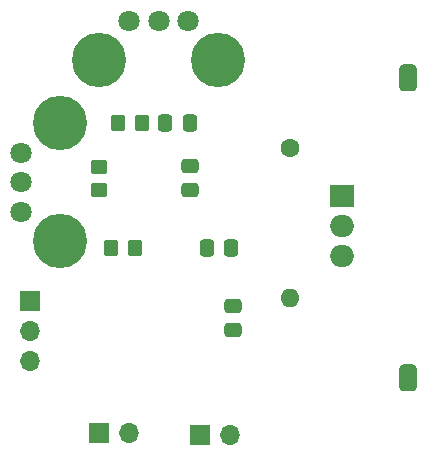
<source format=gbr>
%TF.GenerationSoftware,KiCad,Pcbnew,7.0.6*%
%TF.CreationDate,2023-07-30T21:01:10-06:00*%
%TF.ProjectId,current_sink_swim,63757272-656e-4745-9f73-696e6b5f7377,rev?*%
%TF.SameCoordinates,Original*%
%TF.FileFunction,Soldermask,Bot*%
%TF.FilePolarity,Negative*%
%FSLAX46Y46*%
G04 Gerber Fmt 4.6, Leading zero omitted, Abs format (unit mm)*
G04 Created by KiCad (PCBNEW 7.0.6) date 2023-07-30 21:01:10*
%MOMM*%
%LPD*%
G01*
G04 APERTURE LIST*
G04 Aperture macros list*
%AMRoundRect*
0 Rectangle with rounded corners*
0 $1 Rounding radius*
0 $2 $3 $4 $5 $6 $7 $8 $9 X,Y pos of 4 corners*
0 Add a 4 corners polygon primitive as box body*
4,1,4,$2,$3,$4,$5,$6,$7,$8,$9,$2,$3,0*
0 Add four circle primitives for the rounded corners*
1,1,$1+$1,$2,$3*
1,1,$1+$1,$4,$5*
1,1,$1+$1,$6,$7*
1,1,$1+$1,$8,$9*
0 Add four rect primitives between the rounded corners*
20,1,$1+$1,$2,$3,$4,$5,0*
20,1,$1+$1,$4,$5,$6,$7,0*
20,1,$1+$1,$6,$7,$8,$9,0*
20,1,$1+$1,$8,$9,$2,$3,0*%
G04 Aperture macros list end*
%ADD10RoundRect,0.250000X0.475000X-0.337500X0.475000X0.337500X-0.475000X0.337500X-0.475000X-0.337500X0*%
%ADD11O,1.600000X1.600000*%
%ADD12C,1.600000*%
%ADD13R,2.000000X1.905000*%
%ADD14O,2.000000X1.905000*%
%ADD15C,4.600000*%
%ADD16C,1.800000*%
%ADD17RoundRect,0.250000X0.350000X0.450000X-0.350000X0.450000X-0.350000X-0.450000X0.350000X-0.450000X0*%
%ADD18R,1.700000X1.700000*%
%ADD19O,1.700000X1.700000*%
%ADD20RoundRect,0.381000X0.381000X-0.762000X0.381000X0.762000X-0.381000X0.762000X-0.381000X-0.762000X0*%
%ADD21RoundRect,0.250000X0.450000X-0.350000X0.450000X0.350000X-0.450000X0.350000X-0.450000X-0.350000X0*%
%ADD22RoundRect,0.250000X-0.475000X0.337500X-0.475000X-0.337500X0.475000X-0.337500X0.475000X0.337500X0*%
%ADD23RoundRect,0.250000X-0.337500X-0.475000X0.337500X-0.475000X0.337500X0.475000X-0.337500X0.475000X0*%
G04 APERTURE END LIST*
D10*
%TO.C,C1*%
X124700000Y-46975000D03*
X124700000Y-44900000D03*
%TD*%
D11*
%TO.C,R3*%
X133146800Y-56083200D03*
D12*
X133146800Y-43383200D03*
%TD*%
D13*
%TO.C,Q2*%
X137515600Y-47447200D03*
D14*
X137515600Y-49987200D03*
X137515600Y-52527200D03*
%TD*%
D15*
%TO.C,RV1*%
X113637600Y-51293400D03*
X113637600Y-41293400D03*
D16*
X110337600Y-43793400D03*
X110337600Y-46293400D03*
X110337600Y-48793400D03*
%TD*%
D15*
%TO.C,RV2*%
X117000000Y-35966400D03*
X127000000Y-35966400D03*
D16*
X124500000Y-32666400D03*
X122000000Y-32666400D03*
X119500000Y-32666400D03*
%TD*%
D17*
%TO.C,R4*%
X120600000Y-41300000D03*
X118600000Y-41300000D03*
%TD*%
D18*
%TO.C,J2*%
X111150400Y-56388000D03*
D19*
X111150400Y-58928000D03*
X111150400Y-61468000D03*
%TD*%
D18*
%TO.C,J3*%
X125476000Y-67716400D03*
D19*
X128016000Y-67716400D03*
%TD*%
D18*
%TO.C,J1*%
X116941600Y-67564000D03*
D19*
X119481600Y-67564000D03*
%TD*%
D20*
%TO.C,J4*%
X143103600Y-37465000D03*
X143103600Y-62865000D03*
%TD*%
D17*
%TO.C,R6*%
X119999000Y-51841400D03*
X117999000Y-51841400D03*
%TD*%
D21*
%TO.C,R1*%
X117000000Y-47000000D03*
X117000000Y-45000000D03*
%TD*%
D22*
%TO.C,C3*%
X128300000Y-56762500D03*
X128300000Y-58837500D03*
%TD*%
D23*
%TO.C,C4*%
X128137500Y-51900000D03*
X126062500Y-51900000D03*
%TD*%
%TO.C,C2*%
X122562500Y-41300000D03*
X124637500Y-41300000D03*
%TD*%
M02*

</source>
